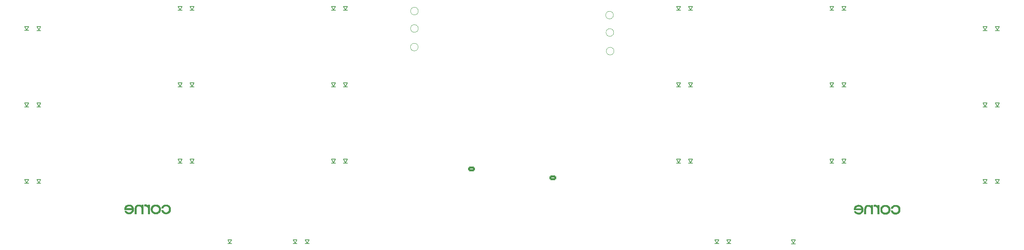
<source format=gbo>
G04 #@! TF.GenerationSoftware,KiCad,Pcbnew,(6.0.10-0)*
G04 #@! TF.CreationDate,2023-01-29T16:26:49+09:00*
G04 #@! TF.ProjectId,corne-ultralight,636f726e-652d-4756-9c74-72616c696768,2.0*
G04 #@! TF.SameCoordinates,Original*
G04 #@! TF.FileFunction,Legend,Bot*
G04 #@! TF.FilePolarity,Positive*
%FSLAX46Y46*%
G04 Gerber Fmt 4.6, Leading zero omitted, Abs format (unit mm)*
G04 Created by KiCad (PCBNEW (6.0.10-0)) date 2023-01-29 16:26:49*
%MOMM*%
%LPD*%
G01*
G04 APERTURE LIST*
G04 Aperture macros list*
%AMRoundRect*
0 Rectangle with rounded corners*
0 $1 Rounding radius*
0 $2 $3 $4 $5 $6 $7 $8 $9 X,Y pos of 4 corners*
0 Add a 4 corners polygon primitive as box body*
4,1,4,$2,$3,$4,$5,$6,$7,$8,$9,$2,$3,0*
0 Add four circle primitives for the rounded corners*
1,1,$1+$1,$2,$3*
1,1,$1+$1,$4,$5*
1,1,$1+$1,$6,$7*
1,1,$1+$1,$8,$9*
0 Add four rect primitives between the rounded corners*
20,1,$1+$1,$2,$3,$4,$5,0*
20,1,$1+$1,$4,$5,$6,$7,0*
20,1,$1+$1,$6,$7,$8,$9,0*
20,1,$1+$1,$8,$9,$2,$3,0*%
G04 Aperture macros list end*
%ADD10C,0.150000*%
%ADD11C,0.010000*%
%ADD12C,0.120000*%
%ADD13C,2.000000*%
%ADD14C,5.000000*%
%ADD15C,1.701800*%
%ADD16C,0.990600*%
%ADD17C,2.500000*%
%ADD18C,2.286000*%
%ADD19C,1.524000*%
%ADD20C,2.300000*%
%ADD21O,1.397000X1.778000*%
%ADD22C,0.300000*%
%ADD23C,0.900000*%
%ADD24RoundRect,0.250000X0.625000X-0.350000X0.625000X0.350000X-0.625000X0.350000X-0.625000X-0.350000X0*%
%ADD25O,1.750000X1.200000*%
%ADD26R,1.700000X1.700000*%
%ADD27O,1.700000X1.700000*%
%ADD28RoundRect,0.250000X-0.625000X0.350000X-0.625000X-0.350000X0.625000X-0.350000X0.625000X0.350000X0*%
%ADD29R,1.300000X1.400000*%
%ADD30C,4.300000*%
%ADD31C,1.500000*%
G04 APERTURE END LIST*
D10*
X271184847Y-84420432D02*
X270184847Y-84420432D01*
X270184847Y-83420432D02*
X270684847Y-84320432D01*
X270684847Y-84320432D02*
X271184847Y-83420432D01*
X271184847Y-83420432D02*
X270184847Y-83420432D01*
X233184847Y-79420432D02*
X232184847Y-79420432D01*
X233184847Y-78420432D02*
X232184847Y-78420432D01*
X232184847Y-78420432D02*
X232684847Y-79320432D01*
X232684847Y-79320432D02*
X233184847Y-78420432D01*
X229184847Y-78415432D02*
X229684847Y-79315432D01*
X230184847Y-79415432D02*
X229184847Y-79415432D01*
X230184847Y-78415432D02*
X229184847Y-78415432D01*
X229684847Y-79315432D02*
X230184847Y-78415432D01*
X195184847Y-78420432D02*
X194184847Y-78420432D01*
X194184847Y-78420432D02*
X194684847Y-79320432D01*
X195184847Y-79420432D02*
X194184847Y-79420432D01*
X194684847Y-79320432D02*
X195184847Y-78420432D01*
X191184847Y-78420432D02*
X191684847Y-79320432D01*
X192184847Y-79420432D02*
X191184847Y-79420432D01*
X191684847Y-79320432D02*
X192184847Y-78420432D01*
X192184847Y-78420432D02*
X191184847Y-78420432D01*
X220684847Y-98430432D02*
X219684847Y-98430432D01*
X219684847Y-98430432D02*
X220184847Y-99330432D01*
X220184847Y-99330432D02*
X220684847Y-98430432D01*
X220684847Y-99430432D02*
X219684847Y-99430432D01*
X204694847Y-99415432D02*
X203694847Y-99415432D01*
X204694847Y-98415432D02*
X203694847Y-98415432D01*
X203694847Y-98415432D02*
X204194847Y-99315432D01*
X204194847Y-99315432D02*
X204694847Y-98415432D01*
X201194847Y-99315432D02*
X201694847Y-98415432D01*
X201694847Y-99415432D02*
X200694847Y-99415432D01*
X200694847Y-98415432D02*
X201194847Y-99315432D01*
X201694847Y-98415432D02*
X200694847Y-98415432D01*
X271184847Y-46420432D02*
X270184847Y-46420432D01*
X271184847Y-45420432D02*
X270184847Y-45420432D01*
X270684847Y-46320432D02*
X271184847Y-45420432D01*
X270184847Y-45420432D02*
X270684847Y-46320432D01*
X267184847Y-45420432D02*
X267684847Y-46320432D01*
X268184847Y-46420432D02*
X267184847Y-46420432D01*
X268184847Y-45420432D02*
X267184847Y-45420432D01*
X267684847Y-46320432D02*
X268184847Y-45420432D01*
X232684847Y-41320432D02*
X233184847Y-40420432D01*
X233184847Y-41420432D02*
X232184847Y-41420432D01*
X233184847Y-40420432D02*
X232184847Y-40420432D01*
X232184847Y-40420432D02*
X232684847Y-41320432D01*
X229184847Y-40415432D02*
X229684847Y-41315432D01*
X230184847Y-41415432D02*
X229184847Y-41415432D01*
X230184847Y-40415432D02*
X229184847Y-40415432D01*
X229684847Y-41315432D02*
X230184847Y-40415432D01*
X195184847Y-41420432D02*
X194184847Y-41420432D01*
X194684847Y-41320432D02*
X195184847Y-40420432D01*
X194184847Y-40420432D02*
X194684847Y-41320432D01*
X195184847Y-40420432D02*
X194184847Y-40420432D01*
X192184847Y-41420432D02*
X191184847Y-41420432D01*
X192184847Y-40420432D02*
X191184847Y-40420432D01*
X191184847Y-40420432D02*
X191684847Y-41320432D01*
X191684847Y-41320432D02*
X192184847Y-40420432D01*
X270184847Y-64420432D02*
X270684847Y-65320432D01*
X270684847Y-65320432D02*
X271184847Y-64420432D01*
X271184847Y-64420432D02*
X270184847Y-64420432D01*
X271184847Y-65420432D02*
X270184847Y-65420432D01*
X267684847Y-65320432D02*
X268184847Y-64420432D01*
X267184847Y-64420432D02*
X267684847Y-65320432D01*
X268184847Y-65420432D02*
X267184847Y-65420432D01*
X268184847Y-64420432D02*
X267184847Y-64420432D01*
X232184847Y-59420432D02*
X232684847Y-60320432D01*
X232684847Y-60320432D02*
X233184847Y-59420432D01*
X233184847Y-59420432D02*
X232184847Y-59420432D01*
X233184847Y-60420432D02*
X232184847Y-60420432D01*
X229184847Y-59415432D02*
X229684847Y-60315432D01*
X230184847Y-60415432D02*
X229184847Y-60415432D01*
X230184847Y-59415432D02*
X229184847Y-59415432D01*
X229684847Y-60315432D02*
X230184847Y-59415432D01*
X194184847Y-59420432D02*
X194684847Y-60320432D01*
X195184847Y-59420432D02*
X194184847Y-59420432D01*
X194684847Y-60320432D02*
X195184847Y-59420432D01*
X195184847Y-60420432D02*
X194184847Y-60420432D01*
X33187500Y-84320000D02*
X33687500Y-83420000D01*
X32687500Y-83420000D02*
X33187500Y-84320000D01*
X33687500Y-83420000D02*
X32687500Y-83420000D01*
X33687500Y-84420000D02*
X32687500Y-84420000D01*
X32687500Y-64420000D02*
X33187500Y-65320000D01*
X33187500Y-65320000D02*
X33687500Y-64420000D01*
X33687500Y-64420000D02*
X32687500Y-64420000D01*
X33687500Y-65420000D02*
X32687500Y-65420000D01*
X32687500Y-45420000D02*
X33187500Y-46320000D01*
X33687500Y-46420000D02*
X32687500Y-46420000D01*
X33187500Y-46320000D02*
X33687500Y-45420000D01*
X33687500Y-45420000D02*
X32687500Y-45420000D01*
X191684847Y-60320432D02*
X192184847Y-59420432D01*
X192184847Y-60420432D02*
X191184847Y-60420432D01*
X191184847Y-59420432D02*
X191684847Y-60320432D01*
X192184847Y-59420432D02*
X191184847Y-59420432D01*
X100187500Y-98405000D02*
X99187500Y-98405000D01*
X99187500Y-98405000D02*
X99687500Y-99305000D01*
X100187500Y-99405000D02*
X99187500Y-99405000D01*
X99687500Y-99305000D02*
X100187500Y-98405000D01*
X96187500Y-98405000D02*
X96687500Y-99305000D01*
X97187500Y-98405000D02*
X96187500Y-98405000D01*
X96687500Y-99305000D02*
X97187500Y-98405000D01*
X97187500Y-99405000D02*
X96187500Y-99405000D01*
X81007500Y-99410000D02*
X80007500Y-99410000D01*
X81007500Y-98410000D02*
X80007500Y-98410000D01*
X80007500Y-98410000D02*
X80507500Y-99310000D01*
X80507500Y-99310000D02*
X81007500Y-98410000D01*
X108687500Y-78420000D02*
X109187500Y-79320000D01*
X109687500Y-79420000D02*
X108687500Y-79420000D01*
X109187500Y-79320000D02*
X109687500Y-78420000D01*
X109687500Y-78420000D02*
X108687500Y-78420000D01*
X106687500Y-78420000D02*
X105687500Y-78420000D01*
X105687500Y-78420000D02*
X106187500Y-79320000D01*
X106187500Y-79320000D02*
X106687500Y-78420000D01*
X106687500Y-79420000D02*
X105687500Y-79420000D01*
X71687500Y-79415000D02*
X70687500Y-79415000D01*
X71687500Y-78415000D02*
X70687500Y-78415000D01*
X70687500Y-78415000D02*
X71187500Y-79315000D01*
X71187500Y-79315000D02*
X71687500Y-78415000D01*
X68687500Y-79420000D02*
X67687500Y-79420000D01*
X67687500Y-78420000D02*
X68187500Y-79320000D01*
X68687500Y-78420000D02*
X67687500Y-78420000D01*
X68187500Y-79320000D02*
X68687500Y-78420000D01*
X30187500Y-84316875D02*
X30687500Y-83416875D01*
X29687500Y-83416875D02*
X30187500Y-84316875D01*
X30687500Y-84416875D02*
X29687500Y-84416875D01*
X30687500Y-83416875D02*
X29687500Y-83416875D01*
X109187500Y-60320000D02*
X109687500Y-59420000D01*
X108687500Y-59420000D02*
X109187500Y-60320000D01*
X109687500Y-60420000D02*
X108687500Y-60420000D01*
X109687500Y-59420000D02*
X108687500Y-59420000D01*
X105687500Y-59420000D02*
X106187500Y-60320000D01*
X106687500Y-60420000D02*
X105687500Y-60420000D01*
X106187500Y-60320000D02*
X106687500Y-59420000D01*
X106687500Y-59420000D02*
X105687500Y-59420000D01*
X70687500Y-59415000D02*
X71187500Y-60315000D01*
X71187500Y-60315000D02*
X71687500Y-59415000D01*
X71687500Y-60415000D02*
X70687500Y-60415000D01*
X71687500Y-59415000D02*
X70687500Y-59415000D01*
X68687500Y-59420000D02*
X67687500Y-59420000D01*
X67687500Y-59420000D02*
X68187500Y-60320000D01*
X68187500Y-60320000D02*
X68687500Y-59420000D01*
X68687500Y-60420000D02*
X67687500Y-60420000D01*
X30687500Y-64416875D02*
X29687500Y-64416875D01*
X30687500Y-65416875D02*
X29687500Y-65416875D01*
X30187500Y-65316875D02*
X30687500Y-64416875D01*
X29687500Y-64416875D02*
X30187500Y-65316875D01*
X109687500Y-40420000D02*
X108687500Y-40420000D01*
X109187500Y-41320000D02*
X109687500Y-40420000D01*
X108687500Y-40420000D02*
X109187500Y-41320000D01*
X109687500Y-41420000D02*
X108687500Y-41420000D01*
X106687500Y-40420000D02*
X105687500Y-40420000D01*
X105687500Y-40420000D02*
X106187500Y-41320000D01*
X106687500Y-41420000D02*
X105687500Y-41420000D01*
X106187500Y-41320000D02*
X106687500Y-40420000D01*
X71687500Y-40415000D02*
X70687500Y-40415000D01*
X71187500Y-41315000D02*
X71687500Y-40415000D01*
X70687500Y-40415000D02*
X71187500Y-41315000D01*
X71687500Y-41415000D02*
X70687500Y-41415000D01*
X68687500Y-40420000D02*
X67687500Y-40420000D01*
X67687500Y-40420000D02*
X68187500Y-41320000D01*
X68187500Y-41320000D02*
X68687500Y-40420000D01*
X68687500Y-41420000D02*
X67687500Y-41420000D01*
X29687500Y-45416875D02*
X30187500Y-46316875D01*
X30687500Y-46416875D02*
X29687500Y-46416875D01*
X30187500Y-46316875D02*
X30687500Y-45416875D01*
X30687500Y-45416875D02*
X29687500Y-45416875D01*
X268184847Y-83420432D02*
X267184847Y-83420432D01*
X268184847Y-84420432D02*
X267184847Y-84420432D01*
X267184847Y-83420432D02*
X267684847Y-84320432D01*
X267684847Y-84320432D02*
X268184847Y-83420432D01*
G36*
X63328849Y-91143876D02*
G01*
X63294663Y-91268102D01*
X63256318Y-91370895D01*
X63205444Y-91465986D01*
X63074845Y-91635635D01*
X62907879Y-91783093D01*
X62713147Y-91901401D01*
X62499247Y-91983599D01*
X62466426Y-91991729D01*
X62320940Y-92011650D01*
X62151219Y-92016287D01*
X61975665Y-92006467D01*
X61812679Y-91983019D01*
X61680660Y-91946770D01*
X61605759Y-91915421D01*
X61397321Y-91796769D01*
X61220725Y-91646574D01*
X61081481Y-91470172D01*
X60985095Y-91272900D01*
X60982144Y-91264275D01*
X60954957Y-91142551D01*
X60939975Y-90990313D01*
X60938028Y-90882298D01*
X61343007Y-90882298D01*
X61364990Y-91059401D01*
X61417980Y-91215466D01*
X61422413Y-91224341D01*
X61529590Y-91380677D01*
X61674056Y-91504347D01*
X61851336Y-91591468D01*
X61963896Y-91622243D01*
X62167311Y-91638463D01*
X62372302Y-91608118D01*
X62569042Y-91532020D01*
X62575826Y-91528365D01*
X62669822Y-91457702D01*
X62763805Y-91356333D01*
X62844206Y-91240941D01*
X62897459Y-91128207D01*
X62917591Y-91046866D01*
X62931926Y-90899224D01*
X62926567Y-90742526D01*
X62902581Y-90595807D01*
X62861035Y-90478101D01*
X62756055Y-90324360D01*
X62622066Y-90205270D01*
X62466876Y-90121522D01*
X62297851Y-90072949D01*
X62122358Y-90059386D01*
X61947764Y-90080666D01*
X61781436Y-90136623D01*
X61630739Y-90227092D01*
X61503042Y-90351906D01*
X61405711Y-90510900D01*
X61393379Y-90540421D01*
X61352361Y-90703017D01*
X61343007Y-90882298D01*
X60938028Y-90882298D01*
X60936970Y-90823580D01*
X60945715Y-90658371D01*
X60965982Y-90510705D01*
X60997544Y-90396600D01*
X61062092Y-90261816D01*
X61195675Y-90073222D01*
X61363825Y-89919865D01*
X61563475Y-89803807D01*
X61791560Y-89727111D01*
X62045014Y-89691840D01*
X62221095Y-89689147D01*
X62406970Y-89707281D01*
X62578295Y-89752053D01*
X62752581Y-89826803D01*
X62796640Y-89850069D01*
X62985313Y-89982687D01*
X63138643Y-90148365D01*
X63254150Y-90342052D01*
X63329350Y-90558693D01*
X63361762Y-90793236D01*
X63356252Y-90899224D01*
X63348901Y-91040628D01*
X63328849Y-91143876D01*
G37*
D11*
X63328849Y-91143876D02*
X63294663Y-91268102D01*
X63256318Y-91370895D01*
X63205444Y-91465986D01*
X63074845Y-91635635D01*
X62907879Y-91783093D01*
X62713147Y-91901401D01*
X62499247Y-91983599D01*
X62466426Y-91991729D01*
X62320940Y-92011650D01*
X62151219Y-92016287D01*
X61975665Y-92006467D01*
X61812679Y-91983019D01*
X61680660Y-91946770D01*
X61605759Y-91915421D01*
X61397321Y-91796769D01*
X61220725Y-91646574D01*
X61081481Y-91470172D01*
X60985095Y-91272900D01*
X60982144Y-91264275D01*
X60954957Y-91142551D01*
X60939975Y-90990313D01*
X60938028Y-90882298D01*
X61343007Y-90882298D01*
X61364990Y-91059401D01*
X61417980Y-91215466D01*
X61422413Y-91224341D01*
X61529590Y-91380677D01*
X61674056Y-91504347D01*
X61851336Y-91591468D01*
X61963896Y-91622243D01*
X62167311Y-91638463D01*
X62372302Y-91608118D01*
X62569042Y-91532020D01*
X62575826Y-91528365D01*
X62669822Y-91457702D01*
X62763805Y-91356333D01*
X62844206Y-91240941D01*
X62897459Y-91128207D01*
X62917591Y-91046866D01*
X62931926Y-90899224D01*
X62926567Y-90742526D01*
X62902581Y-90595807D01*
X62861035Y-90478101D01*
X62756055Y-90324360D01*
X62622066Y-90205270D01*
X62466876Y-90121522D01*
X62297851Y-90072949D01*
X62122358Y-90059386D01*
X61947764Y-90080666D01*
X61781436Y-90136623D01*
X61630739Y-90227092D01*
X61503042Y-90351906D01*
X61405711Y-90510900D01*
X61393379Y-90540421D01*
X61352361Y-90703017D01*
X61343007Y-90882298D01*
X60938028Y-90882298D01*
X60936970Y-90823580D01*
X60945715Y-90658371D01*
X60965982Y-90510705D01*
X60997544Y-90396600D01*
X61062092Y-90261816D01*
X61195675Y-90073222D01*
X61363825Y-89919865D01*
X61563475Y-89803807D01*
X61791560Y-89727111D01*
X62045014Y-89691840D01*
X62221095Y-89689147D01*
X62406970Y-89707281D01*
X62578295Y-89752053D01*
X62752581Y-89826803D01*
X62796640Y-89850069D01*
X62985313Y-89982687D01*
X63138643Y-90148365D01*
X63254150Y-90342052D01*
X63329350Y-90558693D01*
X63361762Y-90793236D01*
X63356252Y-90899224D01*
X63348901Y-91040628D01*
X63328849Y-91143876D01*
G36*
X57948505Y-89698211D02*
G01*
X58118176Y-89704616D01*
X58250522Y-89723282D01*
X58356545Y-89757569D01*
X58447248Y-89810836D01*
X58533636Y-89886442D01*
X58615900Y-89968707D01*
X58615900Y-89710800D01*
X59047700Y-89710800D01*
X59047700Y-91971400D01*
X58615900Y-91971400D01*
X58615900Y-91302910D01*
X58615874Y-91246907D01*
X58614783Y-91022585D01*
X58611223Y-90841327D01*
X58604004Y-90696805D01*
X58591933Y-90582689D01*
X58573821Y-90492652D01*
X58548477Y-90420365D01*
X58514709Y-90359501D01*
X58471327Y-90303731D01*
X58417140Y-90246726D01*
X58337236Y-90176472D01*
X58225138Y-90111694D01*
X58095159Y-90076817D01*
X57932688Y-90066400D01*
X57878220Y-90067999D01*
X57709897Y-90097984D01*
X57574470Y-90165106D01*
X57473563Y-90268307D01*
X57408803Y-90406534D01*
X57400905Y-90437809D01*
X57390781Y-90500037D01*
X57383078Y-90583882D01*
X57377537Y-90695177D01*
X57373900Y-90839758D01*
X57371907Y-91023457D01*
X57371300Y-91252110D01*
X57371300Y-91971400D01*
X56939500Y-91971400D01*
X56939692Y-91304650D01*
X56940373Y-91155353D01*
X56942926Y-90971330D01*
X56947097Y-90802049D01*
X56952597Y-90656525D01*
X56959136Y-90543770D01*
X56966425Y-90472800D01*
X56977832Y-90410354D01*
X57041121Y-90201378D01*
X57138452Y-90028673D01*
X57271702Y-89889513D01*
X57442749Y-89781171D01*
X57496930Y-89755005D01*
X57560699Y-89728181D01*
X57621010Y-89711455D01*
X57691425Y-89702451D01*
X57785509Y-89698791D01*
X57916826Y-89698100D01*
X57948505Y-89698211D01*
G37*
X57948505Y-89698211D02*
X58118176Y-89704616D01*
X58250522Y-89723282D01*
X58356545Y-89757569D01*
X58447248Y-89810836D01*
X58533636Y-89886442D01*
X58615900Y-89968707D01*
X58615900Y-89710800D01*
X59047700Y-89710800D01*
X59047700Y-91971400D01*
X58615900Y-91971400D01*
X58615900Y-91302910D01*
X58615874Y-91246907D01*
X58614783Y-91022585D01*
X58611223Y-90841327D01*
X58604004Y-90696805D01*
X58591933Y-90582689D01*
X58573821Y-90492652D01*
X58548477Y-90420365D01*
X58514709Y-90359501D01*
X58471327Y-90303731D01*
X58417140Y-90246726D01*
X58337236Y-90176472D01*
X58225138Y-90111694D01*
X58095159Y-90076817D01*
X57932688Y-90066400D01*
X57878220Y-90067999D01*
X57709897Y-90097984D01*
X57574470Y-90165106D01*
X57473563Y-90268307D01*
X57408803Y-90406534D01*
X57400905Y-90437809D01*
X57390781Y-90500037D01*
X57383078Y-90583882D01*
X57377537Y-90695177D01*
X57373900Y-90839758D01*
X57371907Y-91023457D01*
X57371300Y-91252110D01*
X57371300Y-91971400D01*
X56939500Y-91971400D01*
X56939692Y-91304650D01*
X56940373Y-91155353D01*
X56942926Y-90971330D01*
X56947097Y-90802049D01*
X56952597Y-90656525D01*
X56959136Y-90543770D01*
X56966425Y-90472800D01*
X56977832Y-90410354D01*
X57041121Y-90201378D01*
X57138452Y-90028673D01*
X57271702Y-89889513D01*
X57442749Y-89781171D01*
X57496930Y-89755005D01*
X57560699Y-89728181D01*
X57621010Y-89711455D01*
X57691425Y-89702451D01*
X57785509Y-89698791D01*
X57916826Y-89698100D01*
X57948505Y-89698211D01*
G36*
X64803745Y-89691892D02*
G01*
X64987717Y-89715914D01*
X65143700Y-89759802D01*
X65146931Y-89761085D01*
X65351124Y-89868316D01*
X65530238Y-90014026D01*
X65676503Y-90190543D01*
X65782149Y-90390197D01*
X65801770Y-90443494D01*
X65821202Y-90515236D01*
X65832879Y-90596188D01*
X65838581Y-90700194D01*
X65840086Y-90841100D01*
X65835707Y-91010430D01*
X65818309Y-91162138D01*
X65783730Y-91292887D01*
X65727840Y-91417841D01*
X65646511Y-91552165D01*
X65579617Y-91637289D01*
X65440240Y-91762860D01*
X65270549Y-91870877D01*
X65082913Y-91953943D01*
X64889700Y-92004664D01*
X64694182Y-92020194D01*
X64460440Y-91997913D01*
X64233593Y-91934811D01*
X64024736Y-91834131D01*
X63844962Y-91699119D01*
X63806071Y-91658876D01*
X63731631Y-91564041D01*
X63660622Y-91454252D01*
X63600576Y-91342781D01*
X63559025Y-91242902D01*
X63543500Y-91167887D01*
X63545003Y-91142594D01*
X63556505Y-91122992D01*
X63588216Y-91112620D01*
X63650332Y-91108561D01*
X63753050Y-91107895D01*
X63962600Y-91107990D01*
X64009233Y-91221389D01*
X64030816Y-91268106D01*
X64129026Y-91407622D01*
X64260210Y-91517291D01*
X64415928Y-91593785D01*
X64587741Y-91633773D01*
X64767211Y-91633926D01*
X64945898Y-91590915D01*
X65093221Y-91519303D01*
X65228096Y-91407138D01*
X65333825Y-91256531D01*
X65356887Y-91208322D01*
X65402741Y-91054327D01*
X65423427Y-90880402D01*
X65417644Y-90704924D01*
X65384093Y-90546267D01*
X65377895Y-90528547D01*
X65296047Y-90375526D01*
X65175984Y-90246089D01*
X65026435Y-90146221D01*
X64856131Y-90081910D01*
X64673801Y-90059142D01*
X64631915Y-90060461D01*
X64467136Y-90089854D01*
X64311537Y-90153012D01*
X64175362Y-90243503D01*
X64068857Y-90354894D01*
X64002267Y-90480754D01*
X63971361Y-90574399D01*
X63757431Y-90574400D01*
X63710471Y-90574343D01*
X63615888Y-90571149D01*
X63563202Y-90557261D01*
X63545917Y-90524761D01*
X63557536Y-90465731D01*
X63591563Y-90372254D01*
X63626218Y-90292188D01*
X63743778Y-90106988D01*
X63900707Y-89949036D01*
X64092150Y-89822639D01*
X64313252Y-89732102D01*
X64427951Y-89705988D01*
X64610813Y-89688372D01*
X64803745Y-89691892D01*
G37*
X64803745Y-89691892D02*
X64987717Y-89715914D01*
X65143700Y-89759802D01*
X65146931Y-89761085D01*
X65351124Y-89868316D01*
X65530238Y-90014026D01*
X65676503Y-90190543D01*
X65782149Y-90390197D01*
X65801770Y-90443494D01*
X65821202Y-90515236D01*
X65832879Y-90596188D01*
X65838581Y-90700194D01*
X65840086Y-90841100D01*
X65835707Y-91010430D01*
X65818309Y-91162138D01*
X65783730Y-91292887D01*
X65727840Y-91417841D01*
X65646511Y-91552165D01*
X65579617Y-91637289D01*
X65440240Y-91762860D01*
X65270549Y-91870877D01*
X65082913Y-91953943D01*
X64889700Y-92004664D01*
X64694182Y-92020194D01*
X64460440Y-91997913D01*
X64233593Y-91934811D01*
X64024736Y-91834131D01*
X63844962Y-91699119D01*
X63806071Y-91658876D01*
X63731631Y-91564041D01*
X63660622Y-91454252D01*
X63600576Y-91342781D01*
X63559025Y-91242902D01*
X63543500Y-91167887D01*
X63545003Y-91142594D01*
X63556505Y-91122992D01*
X63588216Y-91112620D01*
X63650332Y-91108561D01*
X63753050Y-91107895D01*
X63962600Y-91107990D01*
X64009233Y-91221389D01*
X64030816Y-91268106D01*
X64129026Y-91407622D01*
X64260210Y-91517291D01*
X64415928Y-91593785D01*
X64587741Y-91633773D01*
X64767211Y-91633926D01*
X64945898Y-91590915D01*
X65093221Y-91519303D01*
X65228096Y-91407138D01*
X65333825Y-91256531D01*
X65356887Y-91208322D01*
X65402741Y-91054327D01*
X65423427Y-90880402D01*
X65417644Y-90704924D01*
X65384093Y-90546267D01*
X65377895Y-90528547D01*
X65296047Y-90375526D01*
X65175984Y-90246089D01*
X65026435Y-90146221D01*
X64856131Y-90081910D01*
X64673801Y-90059142D01*
X64631915Y-90060461D01*
X64467136Y-90089854D01*
X64311537Y-90153012D01*
X64175362Y-90243503D01*
X64068857Y-90354894D01*
X64002267Y-90480754D01*
X63971361Y-90574399D01*
X63757431Y-90574400D01*
X63710471Y-90574343D01*
X63615888Y-90571149D01*
X63563202Y-90557261D01*
X63545917Y-90524761D01*
X63557536Y-90465731D01*
X63591563Y-90372254D01*
X63626218Y-90292188D01*
X63743778Y-90106988D01*
X63900707Y-89949036D01*
X64092150Y-89822639D01*
X64313252Y-89732102D01*
X64427951Y-89705988D01*
X64610813Y-89688372D01*
X64803745Y-89691892D01*
G36*
X59683958Y-89679536D02*
G01*
X59857202Y-89721267D01*
X60009054Y-89792357D01*
X60127231Y-89888946D01*
X60178000Y-89945358D01*
X60203400Y-89723500D01*
X60412950Y-89716122D01*
X60622500Y-89708745D01*
X60622500Y-91971400D01*
X60190700Y-91971400D01*
X60190700Y-90578838D01*
X60107611Y-90417869D01*
X60058734Y-90336179D01*
X59937119Y-90201056D01*
X59788548Y-90105922D01*
X59619149Y-90054139D01*
X59435050Y-90049068D01*
X59301700Y-90062729D01*
X59301700Y-89691961D01*
X59447763Y-89675436D01*
X59501610Y-89671025D01*
X59683958Y-89679536D01*
G37*
X59683958Y-89679536D02*
X59857202Y-89721267D01*
X60009054Y-89792357D01*
X60127231Y-89888946D01*
X60178000Y-89945358D01*
X60203400Y-89723500D01*
X60412950Y-89716122D01*
X60622500Y-89708745D01*
X60622500Y-91971400D01*
X60190700Y-91971400D01*
X60190700Y-90578838D01*
X60107611Y-90417869D01*
X60058734Y-90336179D01*
X59937119Y-90201056D01*
X59788548Y-90105922D01*
X59619149Y-90054139D01*
X59435050Y-90049068D01*
X59301700Y-90062729D01*
X59301700Y-89691961D01*
X59447763Y-89675436D01*
X59501610Y-89671025D01*
X59683958Y-89679536D01*
G36*
X56687692Y-90888242D02*
G01*
X56657156Y-91138299D01*
X56637999Y-91215249D01*
X56551626Y-91427590D01*
X56424175Y-91615554D01*
X56260575Y-91774023D01*
X56065755Y-91897879D01*
X55844643Y-91982004D01*
X55633327Y-92018535D01*
X55392404Y-92015509D01*
X55155698Y-91968237D01*
X54933010Y-91878773D01*
X54734143Y-91749173D01*
X54703956Y-91722746D01*
X54621226Y-91634606D01*
X54541501Y-91531086D01*
X54476583Y-91428398D01*
X54438270Y-91342750D01*
X54432581Y-91319182D01*
X54437590Y-91300133D01*
X54464967Y-91290122D01*
X54524189Y-91286246D01*
X54624732Y-91285600D01*
X54827987Y-91285600D01*
X54963807Y-91421419D01*
X55078505Y-91520614D01*
X55216197Y-91596329D01*
X55369871Y-91633127D01*
X55552128Y-91635596D01*
X55565096Y-91634683D01*
X55725758Y-91609647D01*
X55861612Y-91558239D01*
X55950789Y-91504256D01*
X56071357Y-91400298D01*
X56167345Y-91279172D01*
X56230783Y-91151649D01*
X56253700Y-91028498D01*
X56253700Y-90955400D01*
X54348700Y-90955400D01*
X54348700Y-90808336D01*
X54364557Y-90612678D01*
X54378648Y-90560688D01*
X54805900Y-90560688D01*
X54805903Y-90561014D01*
X54811212Y-90572444D01*
X54830241Y-90581420D01*
X54868288Y-90588229D01*
X54930649Y-90593158D01*
X55022621Y-90596494D01*
X55149501Y-90598521D01*
X55316586Y-90599528D01*
X55529172Y-90599800D01*
X56252443Y-90599800D01*
X56228235Y-90536127D01*
X56147851Y-90376797D01*
X56028974Y-90235486D01*
X55882440Y-90133844D01*
X55790702Y-90098039D01*
X55631572Y-90066960D01*
X55460767Y-90062014D01*
X55296653Y-90083277D01*
X55157597Y-90130826D01*
X55154539Y-90132383D01*
X55054752Y-90198195D01*
X54960348Y-90285722D01*
X54880975Y-90383173D01*
X54826277Y-90478758D01*
X54805900Y-90560688D01*
X54378648Y-90560688D01*
X54424596Y-90391162D01*
X54525441Y-90192524D01*
X54662921Y-90020847D01*
X54832867Y-89880213D01*
X55031106Y-89774705D01*
X55253470Y-89708406D01*
X55495787Y-89685400D01*
X55715074Y-89699901D01*
X55912397Y-89746746D01*
X56107001Y-89830689D01*
X56219892Y-89898672D01*
X56388921Y-90044563D01*
X56522394Y-90221643D01*
X56618133Y-90424735D01*
X56661778Y-90599800D01*
X56673959Y-90648661D01*
X56687692Y-90888242D01*
G37*
X56687692Y-90888242D02*
X56657156Y-91138299D01*
X56637999Y-91215249D01*
X56551626Y-91427590D01*
X56424175Y-91615554D01*
X56260575Y-91774023D01*
X56065755Y-91897879D01*
X55844643Y-91982004D01*
X55633327Y-92018535D01*
X55392404Y-92015509D01*
X55155698Y-91968237D01*
X54933010Y-91878773D01*
X54734143Y-91749173D01*
X54703956Y-91722746D01*
X54621226Y-91634606D01*
X54541501Y-91531086D01*
X54476583Y-91428398D01*
X54438270Y-91342750D01*
X54432581Y-91319182D01*
X54437590Y-91300133D01*
X54464967Y-91290122D01*
X54524189Y-91286246D01*
X54624732Y-91285600D01*
X54827987Y-91285600D01*
X54963807Y-91421419D01*
X55078505Y-91520614D01*
X55216197Y-91596329D01*
X55369871Y-91633127D01*
X55552128Y-91635596D01*
X55565096Y-91634683D01*
X55725758Y-91609647D01*
X55861612Y-91558239D01*
X55950789Y-91504256D01*
X56071357Y-91400298D01*
X56167345Y-91279172D01*
X56230783Y-91151649D01*
X56253700Y-91028498D01*
X56253700Y-90955400D01*
X54348700Y-90955400D01*
X54348700Y-90808336D01*
X54364557Y-90612678D01*
X54378648Y-90560688D01*
X54805900Y-90560688D01*
X54805903Y-90561014D01*
X54811212Y-90572444D01*
X54830241Y-90581420D01*
X54868288Y-90588229D01*
X54930649Y-90593158D01*
X55022621Y-90596494D01*
X55149501Y-90598521D01*
X55316586Y-90599528D01*
X55529172Y-90599800D01*
X56252443Y-90599800D01*
X56228235Y-90536127D01*
X56147851Y-90376797D01*
X56028974Y-90235486D01*
X55882440Y-90133844D01*
X55790702Y-90098039D01*
X55631572Y-90066960D01*
X55460767Y-90062014D01*
X55296653Y-90083277D01*
X55157597Y-90130826D01*
X55154539Y-90132383D01*
X55054752Y-90198195D01*
X54960348Y-90285722D01*
X54880975Y-90383173D01*
X54826277Y-90478758D01*
X54805900Y-90560688D01*
X54378648Y-90560688D01*
X54424596Y-90391162D01*
X54525441Y-90192524D01*
X54662921Y-90020847D01*
X54832867Y-89880213D01*
X55031106Y-89774705D01*
X55253470Y-89708406D01*
X55495787Y-89685400D01*
X55715074Y-89699901D01*
X55912397Y-89746746D01*
X56107001Y-89830689D01*
X56219892Y-89898672D01*
X56388921Y-90044563D01*
X56522394Y-90221643D01*
X56618133Y-90424735D01*
X56661778Y-90599800D01*
X56673959Y-90648661D01*
X56687692Y-90888242D01*
G36*
X237467692Y-90968242D02*
G01*
X237437156Y-91218299D01*
X237417999Y-91295249D01*
X237331626Y-91507590D01*
X237204175Y-91695554D01*
X237040575Y-91854023D01*
X236845755Y-91977879D01*
X236624643Y-92062004D01*
X236413327Y-92098535D01*
X236172404Y-92095509D01*
X235935698Y-92048237D01*
X235713010Y-91958773D01*
X235514143Y-91829173D01*
X235483956Y-91802746D01*
X235401226Y-91714606D01*
X235321501Y-91611086D01*
X235256583Y-91508398D01*
X235218270Y-91422750D01*
X235212581Y-91399182D01*
X235217590Y-91380133D01*
X235244967Y-91370122D01*
X235304189Y-91366246D01*
X235404732Y-91365600D01*
X235607987Y-91365600D01*
X235743807Y-91501419D01*
X235858505Y-91600614D01*
X235996197Y-91676329D01*
X236149871Y-91713127D01*
X236332128Y-91715596D01*
X236345096Y-91714683D01*
X236505758Y-91689647D01*
X236641612Y-91638239D01*
X236730789Y-91584256D01*
X236851357Y-91480298D01*
X236947345Y-91359172D01*
X237010783Y-91231649D01*
X237033700Y-91108498D01*
X237033700Y-91035400D01*
X235128700Y-91035400D01*
X235128700Y-90888336D01*
X235144557Y-90692678D01*
X235158648Y-90640688D01*
X235585900Y-90640688D01*
X235585903Y-90641014D01*
X235591212Y-90652444D01*
X235610241Y-90661420D01*
X235648288Y-90668229D01*
X235710649Y-90673158D01*
X235802621Y-90676494D01*
X235929501Y-90678521D01*
X236096586Y-90679528D01*
X236309172Y-90679800D01*
X237032443Y-90679800D01*
X237008235Y-90616127D01*
X236927851Y-90456797D01*
X236808974Y-90315486D01*
X236662440Y-90213844D01*
X236570702Y-90178039D01*
X236411572Y-90146960D01*
X236240767Y-90142014D01*
X236076653Y-90163277D01*
X235937597Y-90210826D01*
X235934539Y-90212383D01*
X235834752Y-90278195D01*
X235740348Y-90365722D01*
X235660975Y-90463173D01*
X235606277Y-90558758D01*
X235585900Y-90640688D01*
X235158648Y-90640688D01*
X235204596Y-90471162D01*
X235305441Y-90272524D01*
X235442921Y-90100847D01*
X235612867Y-89960213D01*
X235811106Y-89854705D01*
X236033470Y-89788406D01*
X236275787Y-89765400D01*
X236495074Y-89779901D01*
X236692397Y-89826746D01*
X236887001Y-89910689D01*
X236999892Y-89978672D01*
X237168921Y-90124563D01*
X237302394Y-90301643D01*
X237398133Y-90504735D01*
X237441778Y-90679800D01*
X237453959Y-90728661D01*
X237467692Y-90968242D01*
G37*
X237467692Y-90968242D02*
X237437156Y-91218299D01*
X237417999Y-91295249D01*
X237331626Y-91507590D01*
X237204175Y-91695554D01*
X237040575Y-91854023D01*
X236845755Y-91977879D01*
X236624643Y-92062004D01*
X236413327Y-92098535D01*
X236172404Y-92095509D01*
X235935698Y-92048237D01*
X235713010Y-91958773D01*
X235514143Y-91829173D01*
X235483956Y-91802746D01*
X235401226Y-91714606D01*
X235321501Y-91611086D01*
X235256583Y-91508398D01*
X235218270Y-91422750D01*
X235212581Y-91399182D01*
X235217590Y-91380133D01*
X235244967Y-91370122D01*
X235304189Y-91366246D01*
X235404732Y-91365600D01*
X235607987Y-91365600D01*
X235743807Y-91501419D01*
X235858505Y-91600614D01*
X235996197Y-91676329D01*
X236149871Y-91713127D01*
X236332128Y-91715596D01*
X236345096Y-91714683D01*
X236505758Y-91689647D01*
X236641612Y-91638239D01*
X236730789Y-91584256D01*
X236851357Y-91480298D01*
X236947345Y-91359172D01*
X237010783Y-91231649D01*
X237033700Y-91108498D01*
X237033700Y-91035400D01*
X235128700Y-91035400D01*
X235128700Y-90888336D01*
X235144557Y-90692678D01*
X235158648Y-90640688D01*
X235585900Y-90640688D01*
X235585903Y-90641014D01*
X235591212Y-90652444D01*
X235610241Y-90661420D01*
X235648288Y-90668229D01*
X235710649Y-90673158D01*
X235802621Y-90676494D01*
X235929501Y-90678521D01*
X236096586Y-90679528D01*
X236309172Y-90679800D01*
X237032443Y-90679800D01*
X237008235Y-90616127D01*
X236927851Y-90456797D01*
X236808974Y-90315486D01*
X236662440Y-90213844D01*
X236570702Y-90178039D01*
X236411572Y-90146960D01*
X236240767Y-90142014D01*
X236076653Y-90163277D01*
X235937597Y-90210826D01*
X235934539Y-90212383D01*
X235834752Y-90278195D01*
X235740348Y-90365722D01*
X235660975Y-90463173D01*
X235606277Y-90558758D01*
X235585900Y-90640688D01*
X235158648Y-90640688D01*
X235204596Y-90471162D01*
X235305441Y-90272524D01*
X235442921Y-90100847D01*
X235612867Y-89960213D01*
X235811106Y-89854705D01*
X236033470Y-89788406D01*
X236275787Y-89765400D01*
X236495074Y-89779901D01*
X236692397Y-89826746D01*
X236887001Y-89910689D01*
X236999892Y-89978672D01*
X237168921Y-90124563D01*
X237302394Y-90301643D01*
X237398133Y-90504735D01*
X237441778Y-90679800D01*
X237453959Y-90728661D01*
X237467692Y-90968242D01*
G36*
X245583745Y-89771892D02*
G01*
X245767717Y-89795914D01*
X245923700Y-89839802D01*
X245926931Y-89841085D01*
X246131124Y-89948316D01*
X246310238Y-90094026D01*
X246456503Y-90270543D01*
X246562149Y-90470197D01*
X246581770Y-90523494D01*
X246601202Y-90595236D01*
X246612879Y-90676188D01*
X246618581Y-90780194D01*
X246620086Y-90921100D01*
X246615707Y-91090430D01*
X246598309Y-91242138D01*
X246563730Y-91372887D01*
X246507840Y-91497841D01*
X246426511Y-91632165D01*
X246359617Y-91717289D01*
X246220240Y-91842860D01*
X246050549Y-91950877D01*
X245862913Y-92033943D01*
X245669700Y-92084664D01*
X245474182Y-92100194D01*
X245240440Y-92077913D01*
X245013593Y-92014811D01*
X244804736Y-91914131D01*
X244624962Y-91779119D01*
X244586071Y-91738876D01*
X244511631Y-91644041D01*
X244440622Y-91534252D01*
X244380576Y-91422781D01*
X244339025Y-91322902D01*
X244323500Y-91247887D01*
X244325003Y-91222594D01*
X244336505Y-91202992D01*
X244368216Y-91192620D01*
X244430332Y-91188561D01*
X244533050Y-91187895D01*
X244742600Y-91187990D01*
X244789233Y-91301389D01*
X244810816Y-91348106D01*
X244909026Y-91487622D01*
X245040210Y-91597291D01*
X245195928Y-91673785D01*
X245367741Y-91713773D01*
X245547211Y-91713926D01*
X245725898Y-91670915D01*
X245873221Y-91599303D01*
X246008096Y-91487138D01*
X246113825Y-91336531D01*
X246136887Y-91288322D01*
X246182741Y-91134327D01*
X246203427Y-90960402D01*
X246197644Y-90784924D01*
X246164093Y-90626267D01*
X246157895Y-90608547D01*
X246076047Y-90455526D01*
X245955984Y-90326089D01*
X245806435Y-90226221D01*
X245636131Y-90161910D01*
X245453801Y-90139142D01*
X245411915Y-90140461D01*
X245247136Y-90169854D01*
X245091537Y-90233012D01*
X244955362Y-90323503D01*
X244848857Y-90434894D01*
X244782267Y-90560754D01*
X244751361Y-90654399D01*
X244537431Y-90654400D01*
X244490471Y-90654343D01*
X244395888Y-90651149D01*
X244343202Y-90637261D01*
X244325917Y-90604761D01*
X244337536Y-90545731D01*
X244371563Y-90452254D01*
X244406218Y-90372188D01*
X244523778Y-90186988D01*
X244680707Y-90029036D01*
X244872150Y-89902639D01*
X245093252Y-89812102D01*
X245207951Y-89785988D01*
X245390813Y-89768372D01*
X245583745Y-89771892D01*
G37*
X245583745Y-89771892D02*
X245767717Y-89795914D01*
X245923700Y-89839802D01*
X245926931Y-89841085D01*
X246131124Y-89948316D01*
X246310238Y-90094026D01*
X246456503Y-90270543D01*
X246562149Y-90470197D01*
X246581770Y-90523494D01*
X246601202Y-90595236D01*
X246612879Y-90676188D01*
X246618581Y-90780194D01*
X246620086Y-90921100D01*
X246615707Y-91090430D01*
X246598309Y-91242138D01*
X246563730Y-91372887D01*
X246507840Y-91497841D01*
X246426511Y-91632165D01*
X246359617Y-91717289D01*
X246220240Y-91842860D01*
X246050549Y-91950877D01*
X245862913Y-92033943D01*
X245669700Y-92084664D01*
X245474182Y-92100194D01*
X245240440Y-92077913D01*
X245013593Y-92014811D01*
X244804736Y-91914131D01*
X244624962Y-91779119D01*
X244586071Y-91738876D01*
X244511631Y-91644041D01*
X244440622Y-91534252D01*
X244380576Y-91422781D01*
X244339025Y-91322902D01*
X244323500Y-91247887D01*
X244325003Y-91222594D01*
X244336505Y-91202992D01*
X244368216Y-91192620D01*
X244430332Y-91188561D01*
X244533050Y-91187895D01*
X244742600Y-91187990D01*
X244789233Y-91301389D01*
X244810816Y-91348106D01*
X244909026Y-91487622D01*
X245040210Y-91597291D01*
X245195928Y-91673785D01*
X245367741Y-91713773D01*
X245547211Y-91713926D01*
X245725898Y-91670915D01*
X245873221Y-91599303D01*
X246008096Y-91487138D01*
X246113825Y-91336531D01*
X246136887Y-91288322D01*
X246182741Y-91134327D01*
X246203427Y-90960402D01*
X246197644Y-90784924D01*
X246164093Y-90626267D01*
X246157895Y-90608547D01*
X246076047Y-90455526D01*
X245955984Y-90326089D01*
X245806435Y-90226221D01*
X245636131Y-90161910D01*
X245453801Y-90139142D01*
X245411915Y-90140461D01*
X245247136Y-90169854D01*
X245091537Y-90233012D01*
X244955362Y-90323503D01*
X244848857Y-90434894D01*
X244782267Y-90560754D01*
X244751361Y-90654399D01*
X244537431Y-90654400D01*
X244490471Y-90654343D01*
X244395888Y-90651149D01*
X244343202Y-90637261D01*
X244325917Y-90604761D01*
X244337536Y-90545731D01*
X244371563Y-90452254D01*
X244406218Y-90372188D01*
X244523778Y-90186988D01*
X244680707Y-90029036D01*
X244872150Y-89902639D01*
X245093252Y-89812102D01*
X245207951Y-89785988D01*
X245390813Y-89768372D01*
X245583745Y-89771892D01*
G36*
X244108849Y-91223876D02*
G01*
X244074663Y-91348102D01*
X244036318Y-91450895D01*
X243985444Y-91545986D01*
X243854845Y-91715635D01*
X243687879Y-91863093D01*
X243493147Y-91981401D01*
X243279247Y-92063599D01*
X243246426Y-92071729D01*
X243100940Y-92091650D01*
X242931219Y-92096287D01*
X242755665Y-92086467D01*
X242592679Y-92063019D01*
X242460660Y-92026770D01*
X242385759Y-91995421D01*
X242177321Y-91876769D01*
X242000725Y-91726574D01*
X241861481Y-91550172D01*
X241765095Y-91352900D01*
X241762144Y-91344275D01*
X241734957Y-91222551D01*
X241719975Y-91070313D01*
X241718028Y-90962298D01*
X242123007Y-90962298D01*
X242144990Y-91139401D01*
X242197980Y-91295466D01*
X242202413Y-91304341D01*
X242309590Y-91460677D01*
X242454056Y-91584347D01*
X242631336Y-91671468D01*
X242743896Y-91702243D01*
X242947311Y-91718463D01*
X243152302Y-91688118D01*
X243349042Y-91612020D01*
X243355826Y-91608365D01*
X243449822Y-91537702D01*
X243543805Y-91436333D01*
X243624206Y-91320941D01*
X243677459Y-91208207D01*
X243697591Y-91126866D01*
X243711926Y-90979224D01*
X243706567Y-90822526D01*
X243682581Y-90675807D01*
X243641035Y-90558101D01*
X243536055Y-90404360D01*
X243402066Y-90285270D01*
X243246876Y-90201522D01*
X243077851Y-90152949D01*
X242902358Y-90139386D01*
X242727764Y-90160666D01*
X242561436Y-90216623D01*
X242410739Y-90307092D01*
X242283042Y-90431906D01*
X242185711Y-90590900D01*
X242173379Y-90620421D01*
X242132361Y-90783017D01*
X242123007Y-90962298D01*
X241718028Y-90962298D01*
X241716970Y-90903580D01*
X241725715Y-90738371D01*
X241745982Y-90590705D01*
X241777544Y-90476600D01*
X241842092Y-90341816D01*
X241975675Y-90153222D01*
X242143825Y-89999865D01*
X242343475Y-89883807D01*
X242571560Y-89807111D01*
X242825014Y-89771840D01*
X243001095Y-89769147D01*
X243186970Y-89787281D01*
X243358295Y-89832053D01*
X243532581Y-89906803D01*
X243576640Y-89930069D01*
X243765313Y-90062687D01*
X243918643Y-90228365D01*
X244034150Y-90422052D01*
X244109350Y-90638693D01*
X244141762Y-90873236D01*
X244136252Y-90979224D01*
X244128901Y-91120628D01*
X244108849Y-91223876D01*
G37*
X244108849Y-91223876D02*
X244074663Y-91348102D01*
X244036318Y-91450895D01*
X243985444Y-91545986D01*
X243854845Y-91715635D01*
X243687879Y-91863093D01*
X243493147Y-91981401D01*
X243279247Y-92063599D01*
X243246426Y-92071729D01*
X243100940Y-92091650D01*
X242931219Y-92096287D01*
X242755665Y-92086467D01*
X242592679Y-92063019D01*
X242460660Y-92026770D01*
X242385759Y-91995421D01*
X242177321Y-91876769D01*
X242000725Y-91726574D01*
X241861481Y-91550172D01*
X241765095Y-91352900D01*
X241762144Y-91344275D01*
X241734957Y-91222551D01*
X241719975Y-91070313D01*
X241718028Y-90962298D01*
X242123007Y-90962298D01*
X242144990Y-91139401D01*
X242197980Y-91295466D01*
X242202413Y-91304341D01*
X242309590Y-91460677D01*
X242454056Y-91584347D01*
X242631336Y-91671468D01*
X242743896Y-91702243D01*
X242947311Y-91718463D01*
X243152302Y-91688118D01*
X243349042Y-91612020D01*
X243355826Y-91608365D01*
X243449822Y-91537702D01*
X243543805Y-91436333D01*
X243624206Y-91320941D01*
X243677459Y-91208207D01*
X243697591Y-91126866D01*
X243711926Y-90979224D01*
X243706567Y-90822526D01*
X243682581Y-90675807D01*
X243641035Y-90558101D01*
X243536055Y-90404360D01*
X243402066Y-90285270D01*
X243246876Y-90201522D01*
X243077851Y-90152949D01*
X242902358Y-90139386D01*
X242727764Y-90160666D01*
X242561436Y-90216623D01*
X242410739Y-90307092D01*
X242283042Y-90431906D01*
X242185711Y-90590900D01*
X242173379Y-90620421D01*
X242132361Y-90783017D01*
X242123007Y-90962298D01*
X241718028Y-90962298D01*
X241716970Y-90903580D01*
X241725715Y-90738371D01*
X241745982Y-90590705D01*
X241777544Y-90476600D01*
X241842092Y-90341816D01*
X241975675Y-90153222D01*
X242143825Y-89999865D01*
X242343475Y-89883807D01*
X242571560Y-89807111D01*
X242825014Y-89771840D01*
X243001095Y-89769147D01*
X243186970Y-89787281D01*
X243358295Y-89832053D01*
X243532581Y-89906803D01*
X243576640Y-89930069D01*
X243765313Y-90062687D01*
X243918643Y-90228365D01*
X244034150Y-90422052D01*
X244109350Y-90638693D01*
X244141762Y-90873236D01*
X244136252Y-90979224D01*
X244128901Y-91120628D01*
X244108849Y-91223876D01*
G36*
X238728505Y-89778211D02*
G01*
X238898176Y-89784616D01*
X239030522Y-89803282D01*
X239136545Y-89837569D01*
X239227248Y-89890836D01*
X239313636Y-89966442D01*
X239395900Y-90048707D01*
X239395900Y-89790800D01*
X239827700Y-89790800D01*
X239827700Y-92051400D01*
X239395900Y-92051400D01*
X239395900Y-91382910D01*
X239395874Y-91326907D01*
X239394783Y-91102585D01*
X239391223Y-90921327D01*
X239384004Y-90776805D01*
X239371933Y-90662689D01*
X239353821Y-90572652D01*
X239328477Y-90500365D01*
X239294709Y-90439501D01*
X239251327Y-90383731D01*
X239197140Y-90326726D01*
X239117236Y-90256472D01*
X239005138Y-90191694D01*
X238875159Y-90156817D01*
X238712688Y-90146400D01*
X238658220Y-90147999D01*
X238489897Y-90177984D01*
X238354470Y-90245106D01*
X238253563Y-90348307D01*
X238188803Y-90486534D01*
X238180905Y-90517809D01*
X238170781Y-90580037D01*
X238163078Y-90663882D01*
X238157537Y-90775177D01*
X238153900Y-90919758D01*
X238151907Y-91103457D01*
X238151300Y-91332110D01*
X238151300Y-92051400D01*
X237719500Y-92051400D01*
X237719692Y-91384650D01*
X237720373Y-91235353D01*
X237722926Y-91051330D01*
X237727097Y-90882049D01*
X237732597Y-90736525D01*
X237739136Y-90623770D01*
X237746425Y-90552800D01*
X237757832Y-90490354D01*
X237821121Y-90281378D01*
X237918452Y-90108673D01*
X238051702Y-89969513D01*
X238222749Y-89861171D01*
X238276930Y-89835005D01*
X238340699Y-89808181D01*
X238401010Y-89791455D01*
X238471425Y-89782451D01*
X238565509Y-89778791D01*
X238696826Y-89778100D01*
X238728505Y-89778211D01*
G37*
X238728505Y-89778211D02*
X238898176Y-89784616D01*
X239030522Y-89803282D01*
X239136545Y-89837569D01*
X239227248Y-89890836D01*
X239313636Y-89966442D01*
X239395900Y-90048707D01*
X239395900Y-89790800D01*
X239827700Y-89790800D01*
X239827700Y-92051400D01*
X239395900Y-92051400D01*
X239395900Y-91382910D01*
X239395874Y-91326907D01*
X239394783Y-91102585D01*
X239391223Y-90921327D01*
X239384004Y-90776805D01*
X239371933Y-90662689D01*
X239353821Y-90572652D01*
X239328477Y-90500365D01*
X239294709Y-90439501D01*
X239251327Y-90383731D01*
X239197140Y-90326726D01*
X239117236Y-90256472D01*
X239005138Y-90191694D01*
X238875159Y-90156817D01*
X238712688Y-90146400D01*
X238658220Y-90147999D01*
X238489897Y-90177984D01*
X238354470Y-90245106D01*
X238253563Y-90348307D01*
X238188803Y-90486534D01*
X238180905Y-90517809D01*
X238170781Y-90580037D01*
X238163078Y-90663882D01*
X238157537Y-90775177D01*
X238153900Y-90919758D01*
X238151907Y-91103457D01*
X238151300Y-91332110D01*
X238151300Y-92051400D01*
X237719500Y-92051400D01*
X237719692Y-91384650D01*
X237720373Y-91235353D01*
X237722926Y-91051330D01*
X237727097Y-90882049D01*
X237732597Y-90736525D01*
X237739136Y-90623770D01*
X237746425Y-90552800D01*
X237757832Y-90490354D01*
X237821121Y-90281378D01*
X237918452Y-90108673D01*
X238051702Y-89969513D01*
X238222749Y-89861171D01*
X238276930Y-89835005D01*
X238340699Y-89808181D01*
X238401010Y-89791455D01*
X238471425Y-89782451D01*
X238565509Y-89778791D01*
X238696826Y-89778100D01*
X238728505Y-89778211D01*
G36*
X240463958Y-89759536D02*
G01*
X240637202Y-89801267D01*
X240789054Y-89872357D01*
X240907231Y-89968946D01*
X240958000Y-90025358D01*
X240983400Y-89803500D01*
X241192950Y-89796122D01*
X241402500Y-89788745D01*
X241402500Y-92051400D01*
X240970700Y-92051400D01*
X240970700Y-90658838D01*
X240887611Y-90497869D01*
X240838734Y-90416179D01*
X240717119Y-90281056D01*
X240568548Y-90185922D01*
X240399149Y-90134139D01*
X240215050Y-90129068D01*
X240081700Y-90142729D01*
X240081700Y-89771961D01*
X240227763Y-89755436D01*
X240281610Y-89751025D01*
X240463958Y-89759536D01*
G37*
X240463958Y-89759536D02*
X240637202Y-89801267D01*
X240789054Y-89872357D01*
X240907231Y-89968946D01*
X240958000Y-90025358D01*
X240983400Y-89803500D01*
X241192950Y-89796122D01*
X241402500Y-89788745D01*
X241402500Y-92051400D01*
X240970700Y-92051400D01*
X240970700Y-90658838D01*
X240887611Y-90497869D01*
X240838734Y-90416179D01*
X240717119Y-90281056D01*
X240568548Y-90185922D01*
X240399149Y-90134139D01*
X240215050Y-90129068D01*
X240081700Y-90142729D01*
X240081700Y-89771961D01*
X240227763Y-89755436D01*
X240281610Y-89751025D01*
X240463958Y-89759536D01*
D12*
X127187500Y-50545000D02*
G75*
G03*
X127187500Y-50545000I-950000J0D01*
G01*
X175712500Y-51545000D02*
G75*
G03*
X175712500Y-51545000I-950000J0D01*
G01*
X175562500Y-42595000D02*
G75*
G03*
X175562500Y-42595000I-950000J0D01*
G01*
X175637500Y-46920000D02*
G75*
G03*
X175637500Y-46920000I-950000J0D01*
G01*
X127212500Y-41595000D02*
G75*
G03*
X127212500Y-41595000I-950000J0D01*
G01*
X127212500Y-45920000D02*
G75*
G03*
X127212500Y-45920000I-950000J0D01*
G01*
%LPC*%
D13*
X156012500Y-80067432D03*
X156012500Y-73567432D03*
D14*
X278684847Y-45920432D03*
D15*
X273184847Y-45920432D03*
D16*
X283904847Y-41720432D03*
D15*
X284184847Y-45920432D03*
D17*
X278684847Y-51820432D03*
X282494847Y-48460432D03*
X281284847Y-51670432D03*
D18*
X276144847Y-51000432D03*
D17*
X274284847Y-50620432D03*
X273684847Y-49720432D03*
D15*
X254184847Y-45920432D03*
X265184847Y-45920432D03*
D16*
X264904847Y-41720432D03*
D14*
X259684847Y-45920432D03*
D17*
X259684847Y-51820432D03*
X263494847Y-48460432D03*
X262284847Y-51670432D03*
X255284847Y-50620432D03*
X254684847Y-49720432D03*
D18*
X257144847Y-51000432D03*
D14*
X240684847Y-41170432D03*
D15*
X235184847Y-41170432D03*
D16*
X245904847Y-36970432D03*
D15*
X246184847Y-41170432D03*
D17*
X243284847Y-46920432D03*
X244494847Y-43710432D03*
X240684847Y-47070432D03*
X235684847Y-44970432D03*
D18*
X238144847Y-46250432D03*
D17*
X236284847Y-45870432D03*
D15*
X227184847Y-38795432D03*
D16*
X226904847Y-34595432D03*
D15*
X216184847Y-38795432D03*
D14*
X221684847Y-38795432D03*
D17*
X225494847Y-41335432D03*
X221684847Y-44695432D03*
X224284847Y-44545432D03*
D18*
X219144847Y-43875432D03*
D17*
X217284847Y-43495432D03*
X216684847Y-42595432D03*
D15*
X197184847Y-41170432D03*
D16*
X207904847Y-36970432D03*
D14*
X202684847Y-41170432D03*
D15*
X208184847Y-41170432D03*
D17*
X202684847Y-47070432D03*
X205284847Y-46920432D03*
X206494847Y-43710432D03*
D18*
X200144847Y-46250432D03*
D17*
X198284847Y-45870432D03*
X197684847Y-44970432D03*
D14*
X183684847Y-43545432D03*
D16*
X188904847Y-39345432D03*
D15*
X178184847Y-43545432D03*
X189184847Y-43545432D03*
D17*
X187494847Y-46085432D03*
X183684847Y-49445432D03*
X186284847Y-49295432D03*
D18*
X181144847Y-48625432D03*
D17*
X179284847Y-48245432D03*
X178684847Y-47345432D03*
D15*
X284184847Y-64920432D03*
X273184847Y-64920432D03*
D16*
X283904847Y-60720432D03*
D14*
X278684847Y-64920432D03*
D17*
X278684847Y-70820432D03*
X281284847Y-70670432D03*
X282494847Y-67460432D03*
X274284847Y-69620432D03*
X273684847Y-68720432D03*
D18*
X276144847Y-70000432D03*
D15*
X265184847Y-64920432D03*
X254184847Y-64920432D03*
D16*
X264904847Y-60720432D03*
D14*
X259684847Y-64920432D03*
D17*
X263494847Y-67460432D03*
X259684847Y-70820432D03*
X262284847Y-70670432D03*
X254684847Y-68720432D03*
X255284847Y-69620432D03*
D18*
X257144847Y-70000432D03*
D15*
X235184847Y-60170432D03*
D14*
X240684847Y-60170432D03*
D16*
X245904847Y-55970432D03*
D15*
X246184847Y-60170432D03*
D17*
X244494847Y-62710432D03*
X240684847Y-66070432D03*
X243284847Y-65920432D03*
X235684847Y-63970432D03*
D18*
X238144847Y-65250432D03*
D17*
X236284847Y-64870432D03*
D15*
X227184847Y-57795432D03*
D14*
X221684847Y-57795432D03*
D15*
X216184847Y-57795432D03*
D16*
X226904847Y-53595432D03*
D17*
X221684847Y-63695432D03*
X225494847Y-60335432D03*
X224284847Y-63545432D03*
D18*
X219144847Y-62875432D03*
D17*
X217284847Y-62495432D03*
X216684847Y-61595432D03*
D14*
X202684847Y-60170432D03*
D16*
X207904847Y-55970432D03*
D15*
X208184847Y-60170432D03*
X197184847Y-60170432D03*
D17*
X202684847Y-66070432D03*
X205284847Y-65920432D03*
X206494847Y-62710432D03*
X198284847Y-64870432D03*
X197684847Y-63970432D03*
D18*
X200144847Y-65250432D03*
D15*
X189184847Y-62545432D03*
D14*
X183684847Y-62545432D03*
D16*
X188904847Y-58345432D03*
D15*
X178184847Y-62545432D03*
D17*
X186284847Y-68295432D03*
X187494847Y-65085432D03*
X183684847Y-68445432D03*
D18*
X181144847Y-67625432D03*
D17*
X178684847Y-66345432D03*
X179284847Y-67245432D03*
D16*
X283904847Y-79720432D03*
D15*
X273184847Y-83920432D03*
X284184847Y-83920432D03*
D14*
X278684847Y-83920432D03*
D17*
X282494847Y-86460432D03*
X281284847Y-89670432D03*
X278684847Y-89820432D03*
D18*
X276144847Y-89000432D03*
D17*
X273684847Y-87720432D03*
X274284847Y-88620432D03*
D15*
X254184847Y-83920432D03*
D14*
X259684847Y-83920432D03*
D16*
X264904847Y-79720432D03*
D15*
X265184847Y-83920432D03*
D17*
X263494847Y-86460432D03*
X262284847Y-89670432D03*
X259684847Y-89820432D03*
D18*
X257144847Y-89000432D03*
D17*
X254684847Y-87720432D03*
X255284847Y-88620432D03*
D16*
X245904847Y-74970432D03*
D14*
X240684847Y-79170432D03*
D15*
X235184847Y-79170432D03*
X246184847Y-79170432D03*
D17*
X244494847Y-81710432D03*
X240684847Y-85070432D03*
X243284847Y-84920432D03*
X236284847Y-83870432D03*
X235684847Y-82970432D03*
D18*
X238144847Y-84250432D03*
D16*
X226904847Y-72595432D03*
D14*
X221684847Y-76795432D03*
D15*
X216184847Y-76795432D03*
X227184847Y-76795432D03*
D17*
X225494847Y-79335432D03*
X224284847Y-82545432D03*
X221684847Y-82695432D03*
X216684847Y-80595432D03*
D18*
X219144847Y-81875432D03*
D17*
X217284847Y-81495432D03*
D15*
X197184847Y-79170432D03*
D14*
X202684847Y-79170432D03*
D15*
X208184847Y-79170432D03*
D16*
X207904847Y-74970432D03*
D17*
X205284847Y-84920432D03*
X206494847Y-81710432D03*
X202684847Y-85070432D03*
X197684847Y-82970432D03*
X198284847Y-83870432D03*
D18*
X200144847Y-84250432D03*
D14*
X212184847Y-98795432D03*
D15*
X217684847Y-98795432D03*
X206684847Y-98795432D03*
D16*
X217404847Y-94595432D03*
D17*
X215994847Y-101335432D03*
X214784847Y-104545432D03*
X212184847Y-104695432D03*
X207184847Y-102595432D03*
D18*
X209644847Y-103875432D03*
D17*
X207784847Y-103495432D03*
D14*
X191184847Y-101545432D03*
D16*
X195139940Y-96137508D03*
D15*
X196497439Y-100121927D03*
X185872255Y-102968937D03*
D17*
X195522425Y-103012783D03*
X195184464Y-106426576D03*
X192711879Y-107244394D03*
X188151223Y-107224087D03*
D18*
X190046196Y-107109736D03*
D17*
X187338730Y-106510045D03*
D14*
X183684847Y-81545432D03*
D16*
X188904847Y-77345432D03*
D15*
X189184847Y-81545432D03*
X178184847Y-81545432D03*
D17*
X187494847Y-84085432D03*
X186284847Y-87295432D03*
X183684847Y-87445432D03*
D18*
X181144847Y-86625432D03*
D17*
X178684847Y-85345432D03*
X179284847Y-86245432D03*
D19*
X144503900Y-42082000D03*
X144503900Y-44622000D03*
X144503900Y-47162000D03*
X144503900Y-49702000D03*
X144503900Y-52242000D03*
X144503900Y-54782000D03*
X144503900Y-57322000D03*
X144503900Y-59862000D03*
X144503900Y-62402000D03*
X144503900Y-64942000D03*
X144503900Y-67482000D03*
X144503900Y-70022000D03*
X129283900Y-70022000D03*
X129283900Y-67482000D03*
X129283900Y-64942000D03*
X129283900Y-62402000D03*
X129283900Y-59862000D03*
X129283900Y-57322000D03*
X129283900Y-54782000D03*
X129283900Y-52242000D03*
X129283900Y-49702000D03*
X129283900Y-47162000D03*
X129283900Y-44622000D03*
X129283900Y-42082000D03*
X171674247Y-42208432D03*
X171674247Y-44748432D03*
X171674247Y-47288432D03*
X171674247Y-49828432D03*
X171674247Y-52368432D03*
X171674247Y-54908432D03*
X171674247Y-57448432D03*
X171674247Y-59988432D03*
X171674247Y-62528432D03*
X171674247Y-65068432D03*
X171674247Y-67608432D03*
X171674247Y-70148432D03*
X156454247Y-70148432D03*
X156454247Y-67608432D03*
X156454247Y-65068432D03*
X156454247Y-62528432D03*
X156454247Y-59988432D03*
X156454247Y-57448432D03*
X156454247Y-54908432D03*
X156454247Y-52368432D03*
X156454247Y-49828432D03*
X156454247Y-47288432D03*
X156454247Y-44748432D03*
X156454247Y-42208432D03*
D16*
X122407500Y-39345000D03*
D14*
X117187500Y-43545000D03*
D15*
X122687500Y-43545000D03*
X111687500Y-43545000D03*
D17*
X117187500Y-49445000D03*
X119787500Y-49295000D03*
X120997500Y-46085000D03*
D18*
X114647500Y-48625000D03*
D17*
X112187500Y-47345000D03*
X112787500Y-48245000D03*
D15*
X92687500Y-41170000D03*
D14*
X98187500Y-41170000D03*
D16*
X103407500Y-36970000D03*
D15*
X103687500Y-41170000D03*
D17*
X100787500Y-46920000D03*
X101997500Y-43710000D03*
X98187500Y-47070000D03*
X93187500Y-44970000D03*
X93787500Y-45870000D03*
D18*
X95647500Y-46250000D03*
D15*
X73687500Y-38795000D03*
D16*
X84407500Y-34595000D03*
D15*
X84687500Y-38795000D03*
D14*
X79187500Y-38795000D03*
D17*
X82997500Y-41335000D03*
X81787500Y-44545000D03*
X79187500Y-44695000D03*
X74187500Y-42595000D03*
D18*
X76647500Y-43875000D03*
D17*
X74787500Y-43495000D03*
D15*
X65687500Y-41170000D03*
D14*
X60187500Y-41170000D03*
D16*
X65407500Y-36970000D03*
D15*
X54687500Y-41170000D03*
D17*
X60187500Y-47070000D03*
X63997500Y-43710000D03*
X62787500Y-46920000D03*
X55787500Y-45870000D03*
D18*
X57647500Y-46250000D03*
D17*
X55187500Y-44970000D03*
D16*
X46407500Y-41720000D03*
D15*
X35687500Y-45920000D03*
D14*
X41187500Y-45920000D03*
D15*
X46687500Y-45920000D03*
D17*
X41187500Y-51820000D03*
X44997500Y-48460000D03*
X43787500Y-51670000D03*
X36787500Y-50620000D03*
X36187500Y-49720000D03*
D18*
X38647500Y-51000000D03*
D16*
X122407500Y-77345000D03*
D14*
X117187500Y-81545000D03*
D15*
X111687500Y-81545000D03*
X122687500Y-81545000D03*
D17*
X117187500Y-87445000D03*
X119787500Y-87295000D03*
X120997500Y-84085000D03*
D18*
X114647500Y-86625000D03*
D17*
X112187500Y-85345000D03*
X112787500Y-86245000D03*
D14*
X131937500Y-105295000D03*
D16*
X130910193Y-98674347D03*
D15*
X134687500Y-100531860D03*
X129187500Y-110058140D03*
D17*
X136042205Y-103265443D03*
X138217146Y-105918334D03*
X137047050Y-108245000D03*
D18*
X135066909Y-110034705D03*
D17*
X133807819Y-111455512D03*
X132728397Y-111525127D03*
D14*
X22187500Y-83920000D03*
D15*
X27687500Y-83920000D03*
D16*
X27407500Y-79720000D03*
D15*
X16687500Y-83920000D03*
D17*
X24787500Y-89670000D03*
X25997500Y-86460000D03*
X22187500Y-89820000D03*
X17787500Y-88620000D03*
D18*
X19647500Y-89000000D03*
D17*
X17187500Y-87720000D03*
D14*
X109687500Y-101545000D03*
D15*
X115000092Y-102968505D03*
D16*
X115816673Y-98839147D03*
D15*
X104374908Y-100121495D03*
D17*
X110710698Y-107772003D03*
X112710277Y-104984552D03*
X108160468Y-107243962D03*
X104220977Y-104946048D03*
X103874358Y-103921423D03*
D18*
X105919248Y-105794503D03*
D15*
X83187500Y-98795000D03*
D16*
X93907500Y-94595000D03*
D14*
X88687500Y-98795000D03*
D15*
X94187500Y-98795000D03*
D17*
X88687500Y-104695000D03*
X91287500Y-104545000D03*
X92497500Y-101335000D03*
D18*
X86147500Y-103875000D03*
D17*
X83687500Y-102595000D03*
X84287500Y-103495000D03*
D16*
X103407500Y-74970000D03*
D15*
X92687500Y-79170000D03*
D14*
X98187500Y-79170000D03*
D15*
X103687500Y-79170000D03*
D17*
X101997500Y-81710000D03*
X98187500Y-85070000D03*
X100787500Y-84920000D03*
X93787500Y-83870000D03*
D18*
X95647500Y-84250000D03*
D17*
X93187500Y-82970000D03*
D14*
X79187500Y-76795000D03*
D16*
X84407500Y-72595000D03*
D15*
X84687500Y-76795000D03*
X73687500Y-76795000D03*
D17*
X79187500Y-82695000D03*
X82997500Y-79335000D03*
X81787500Y-82545000D03*
X74187500Y-80595000D03*
D18*
X76647500Y-81875000D03*
D17*
X74787500Y-81495000D03*
D15*
X54687500Y-79170000D03*
D14*
X60187500Y-79170000D03*
D16*
X65407500Y-74970000D03*
D15*
X65687500Y-79170000D03*
D17*
X60187500Y-85070000D03*
X63997500Y-81710000D03*
X62787500Y-84920000D03*
X55787500Y-83870000D03*
X55187500Y-82970000D03*
D18*
X57647500Y-84250000D03*
D14*
X41187500Y-83920000D03*
D16*
X46407500Y-79720000D03*
D15*
X35687500Y-83920000D03*
X46687500Y-83920000D03*
D17*
X43787500Y-89670000D03*
X41187500Y-89820000D03*
X44997500Y-86460000D03*
X36787500Y-88620000D03*
D18*
X38647500Y-89000000D03*
D17*
X36187500Y-87720000D03*
D15*
X111687500Y-62545000D03*
X122687500Y-62545000D03*
D14*
X117187500Y-62545000D03*
D16*
X122407500Y-58345000D03*
D17*
X117187500Y-68445000D03*
X120997500Y-65085000D03*
X119787500Y-68295000D03*
X112187500Y-66345000D03*
X112787500Y-67245000D03*
D18*
X114647500Y-67625000D03*
D16*
X103407500Y-55970000D03*
D15*
X103687500Y-60170000D03*
D14*
X98187500Y-60170000D03*
D15*
X92687500Y-60170000D03*
D17*
X98187500Y-66070000D03*
X100787500Y-65920000D03*
X101997500Y-62710000D03*
X93187500Y-63970000D03*
D18*
X95647500Y-65250000D03*
D17*
X93787500Y-64870000D03*
D16*
X84407500Y-53595000D03*
D15*
X73687500Y-57795000D03*
X84687500Y-57795000D03*
D14*
X79187500Y-57795000D03*
D17*
X82997500Y-60335000D03*
X79187500Y-63695000D03*
X81787500Y-63545000D03*
X74187500Y-61595000D03*
X74787500Y-62495000D03*
D18*
X76647500Y-62875000D03*
D14*
X60187500Y-60170000D03*
D16*
X65407500Y-55970000D03*
D15*
X54687500Y-60170000D03*
X65687500Y-60170000D03*
D17*
X62787500Y-65920000D03*
X60187500Y-66070000D03*
X63997500Y-62710000D03*
X55787500Y-64870000D03*
D18*
X57647500Y-65250000D03*
D17*
X55187500Y-63970000D03*
D15*
X46687500Y-64920000D03*
D16*
X46407500Y-60720000D03*
D15*
X35687500Y-64920000D03*
D14*
X41187500Y-64920000D03*
D17*
X41187500Y-70820000D03*
X43787500Y-70670000D03*
X44997500Y-67460000D03*
X36187500Y-68720000D03*
X36787500Y-69620000D03*
D18*
X38647500Y-70000000D03*
D15*
X27687500Y-64920000D03*
D14*
X22187500Y-64920000D03*
D15*
X16687500Y-64920000D03*
D16*
X27407500Y-60720000D03*
D17*
X22187500Y-70820000D03*
X24787500Y-70670000D03*
X25997500Y-67460000D03*
X17787500Y-69620000D03*
X17187500Y-68720000D03*
D18*
X19647500Y-70000000D03*
D16*
X27407500Y-41720000D03*
D15*
X27687500Y-45920000D03*
D14*
X22187500Y-45920000D03*
D15*
X16687500Y-45920000D03*
D17*
X22187500Y-51820000D03*
X25997500Y-48460000D03*
X24787500Y-51670000D03*
D18*
X19647500Y-51000000D03*
D17*
X17787500Y-50620000D03*
X17187500Y-49720000D03*
D20*
X156330847Y-93085432D03*
X170889847Y-84542432D03*
D15*
X171684847Y-110058572D03*
D16*
X175182154Y-107716085D03*
D14*
X168934847Y-105295432D03*
D15*
X166184847Y-100532292D03*
D17*
X163825297Y-108245432D03*
X168640142Y-109864989D03*
X165255201Y-110422098D03*
X162664528Y-103834920D03*
X163143950Y-102865305D03*
D18*
X163265438Y-105635727D03*
D21*
X131758500Y-77168000D03*
X134298500Y-77168000D03*
X136838500Y-77168000D03*
X139378500Y-77168000D03*
X141918500Y-77168000D03*
D13*
X144862500Y-79921000D03*
X144862500Y-73421000D03*
D22*
X24571250Y-93380000D03*
X22790000Y-93380000D03*
X19821250Y-93380000D03*
X23383750Y-93380000D03*
X21602500Y-93380000D03*
X22196250Y-93380000D03*
X20415000Y-93380000D03*
X23977500Y-93380000D03*
X21008750Y-93380000D03*
X58997000Y-93380000D03*
X62559500Y-93380000D03*
X57809500Y-93380000D03*
X61372000Y-93380000D03*
X59590750Y-93380000D03*
X58403250Y-93380000D03*
X60778250Y-93380000D03*
X61965750Y-93380000D03*
X60184500Y-93380000D03*
X57912500Y-31970000D03*
X58506250Y-31970000D03*
X61475000Y-31970000D03*
X62662500Y-31970000D03*
X59100000Y-31970000D03*
X60287500Y-31970000D03*
X60881250Y-31970000D03*
X62068750Y-31970000D03*
X59693750Y-31970000D03*
X96476250Y-31970000D03*
X99445000Y-31970000D03*
X100632500Y-31970000D03*
X95882500Y-31970000D03*
X100038750Y-31970000D03*
X98851250Y-31970000D03*
X97070000Y-31970000D03*
X98257500Y-31970000D03*
X97663750Y-31970000D03*
X202183750Y-31980000D03*
X200402500Y-31980000D03*
X203965000Y-31980000D03*
X200996250Y-31980000D03*
X202777500Y-31980000D03*
X204558750Y-31980000D03*
X203371250Y-31980000D03*
X205152500Y-31980000D03*
X201590000Y-31980000D03*
X242578750Y-31970000D03*
X238422500Y-31970000D03*
X239610000Y-31970000D03*
X240203750Y-31970000D03*
X240797500Y-31970000D03*
X243172500Y-31970000D03*
X241391250Y-31970000D03*
X239016250Y-31970000D03*
X241985000Y-31970000D03*
X278827500Y-93390000D03*
X280608750Y-93390000D03*
X281202500Y-93390000D03*
X280015000Y-93390000D03*
X276452500Y-93390000D03*
X277046250Y-93390000D03*
X277640000Y-93390000D03*
X279421250Y-93390000D03*
X278233750Y-93390000D03*
X243202500Y-93390000D03*
X239640000Y-93390000D03*
X240827500Y-93390000D03*
X241421250Y-93390000D03*
X238452500Y-93390000D03*
X242015000Y-93390000D03*
X240233750Y-93390000D03*
X242608750Y-93390000D03*
X239046250Y-93390000D03*
D21*
X158987500Y-77310000D03*
X161527500Y-77310000D03*
X164067500Y-77310000D03*
X166607500Y-77310000D03*
X169147500Y-77310000D03*
D23*
X155802500Y-87245000D03*
X155802500Y-84245000D03*
D24*
X160537500Y-83045000D03*
D25*
X160537500Y-81045000D03*
D26*
X165512500Y-72595000D03*
D27*
X162972500Y-72595000D03*
D26*
X135472500Y-72595000D03*
D27*
X138012500Y-72595000D03*
D23*
X145117500Y-84245000D03*
X145117500Y-87245000D03*
D28*
X140387500Y-80845000D03*
D25*
X140387500Y-82845000D03*
D29*
X270684847Y-85695432D03*
X270684847Y-82145432D03*
X232684847Y-80695432D03*
X232684847Y-77145432D03*
X229684847Y-80690432D03*
X229684847Y-77140432D03*
X194684847Y-80695432D03*
X194684847Y-77145432D03*
X191684847Y-80695432D03*
X191684847Y-77145432D03*
X220184847Y-100705432D03*
X220184847Y-97155432D03*
X204194847Y-100690432D03*
X204194847Y-97140432D03*
X201194847Y-100690432D03*
X201194847Y-97140432D03*
X270684847Y-47695432D03*
X270684847Y-44145432D03*
X267684847Y-47695432D03*
X267684847Y-44145432D03*
X232684847Y-42695432D03*
X232684847Y-39145432D03*
X229684847Y-42690432D03*
X229684847Y-39140432D03*
X194684847Y-42695432D03*
X194684847Y-39145432D03*
X191684847Y-42695432D03*
X191684847Y-39145432D03*
X270684847Y-66695432D03*
X270684847Y-63145432D03*
X267684847Y-66695432D03*
X267684847Y-63145432D03*
X232684847Y-61695432D03*
X232684847Y-58145432D03*
X229684847Y-61690432D03*
X229684847Y-58140432D03*
X194684847Y-61695432D03*
X194684847Y-58145432D03*
X33187500Y-85695000D03*
X33187500Y-82145000D03*
X33187500Y-66695000D03*
X33187500Y-63145000D03*
X33187500Y-47695000D03*
X33187500Y-44145000D03*
X191684847Y-61695432D03*
X191684847Y-58145432D03*
X99687500Y-100680000D03*
X99687500Y-97130000D03*
X96687500Y-100680000D03*
X96687500Y-97130000D03*
X80507500Y-100685000D03*
X80507500Y-97135000D03*
X109187500Y-80695000D03*
X109187500Y-77145000D03*
X106187500Y-80695000D03*
X106187500Y-77145000D03*
X71187500Y-80690000D03*
X71187500Y-77140000D03*
X68187500Y-80695000D03*
X68187500Y-77145000D03*
X30187500Y-85691875D03*
X30187500Y-82141875D03*
X109187500Y-61695000D03*
X109187500Y-58145000D03*
X106187500Y-61695000D03*
X106187500Y-58145000D03*
X71187500Y-61690000D03*
X71187500Y-58140000D03*
X68187500Y-61695000D03*
X68187500Y-58145000D03*
X30187500Y-66691875D03*
X30187500Y-63141875D03*
X109187500Y-42695000D03*
X109187500Y-39145000D03*
X106187500Y-42695000D03*
X106187500Y-39145000D03*
X71187500Y-42690000D03*
X71187500Y-39140000D03*
X68187500Y-42695000D03*
X68187500Y-39145000D03*
X30187500Y-47691875D03*
X30187500Y-44141875D03*
X267684847Y-85695432D03*
X267684847Y-82145432D03*
D30*
X31695500Y-74420500D03*
X107650500Y-51930500D03*
X31695500Y-55420500D03*
X74839500Y-91685500D03*
X121405500Y-99300000D03*
D20*
X129944500Y-84419000D03*
X144376500Y-92940000D03*
D30*
X193235847Y-51936932D03*
X179485847Y-99446932D03*
X226055847Y-91696932D03*
X269195847Y-55426932D03*
X269195847Y-74426932D03*
X50712500Y-74445000D03*
X50712500Y-55445000D03*
X250212500Y-74426932D03*
X250212500Y-55426932D03*
D31*
X126237500Y-50545000D03*
X174762500Y-51545000D03*
X174612500Y-42595000D03*
X174687500Y-46920000D03*
X126262500Y-41595000D03*
X126262500Y-45920000D03*
M02*

</source>
